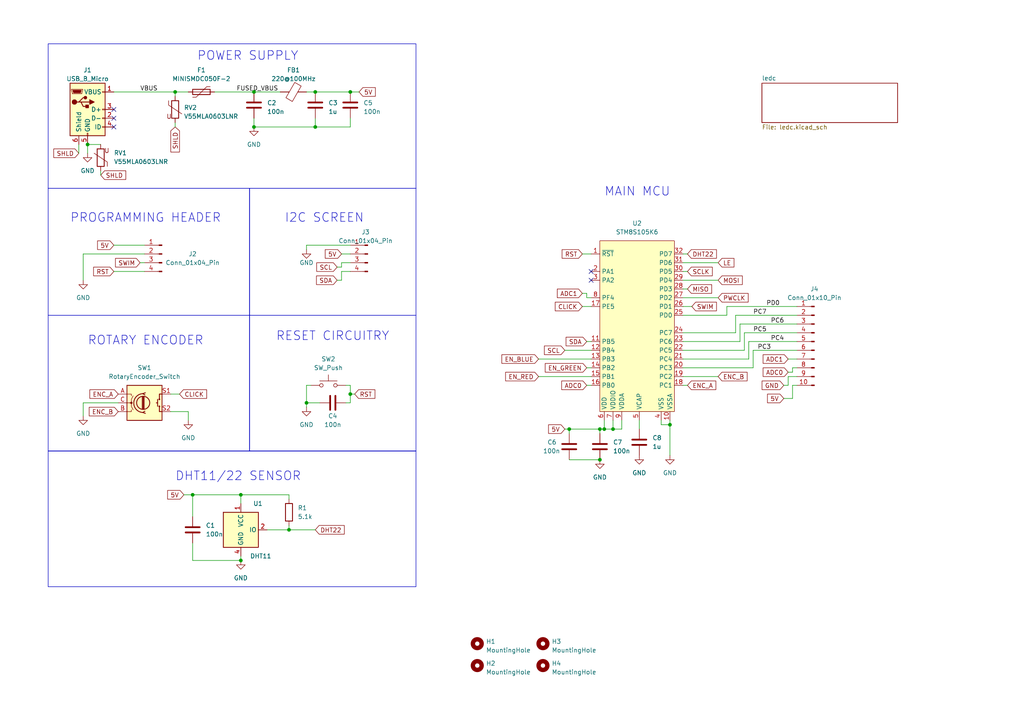
<source format=kicad_sch>
(kicad_sch (version 20230121) (generator eeschema)
  (paper "A4")
  (lib_symbols
    (symbol "Connector:Conn_01x04_Pin" (pin_names (offset 1.016) hide)
      (property "Reference" "J" (at 0 5.08 0))
      (property "Value" "Conn_01x04_Pin" (at 0 -7.62 0))
      (symbol "Conn_01x04_Pin_1_1"
        (polyline (pts (xy 1.27 -5.08) (xy 0.8636 -5.08)) (stroke (width 0.1524)))
        (polyline (pts (xy 1.27 -2.54) (xy 0.8636 -2.54)) (stroke (width 0.1524)))
        (polyline (pts (xy 1.27 0) (xy 0.8636 0)) (stroke (width 0.1524)))
        (polyline (pts (xy 1.27 2.54) (xy 0.8636 2.54)) (stroke (width 0.1524)))
        (rectangle (start 0.8636 -4.953) (end 0 -5.207) (stroke (width 0.1524)) (fill (type outline)))
        (rectangle (start 0.8636 -2.413) (end 0 -2.667) (stroke (width 0.1524)) (fill (type outline)))
        (rectangle (start 0.8636 0.127) (end 0 -0.127) (stroke (width 0.1524)) (fill (type outline)))
        (rectangle (start 0.8636 2.667) (end 0 2.413) (stroke (width 0.1524)) (fill (type outline)))
        (pin passive line (at 5.08 2.54 180) (length 3.81) (name "Pin_1") (number "1"))
        (pin passive line (at 5.08 0 180) (length 3.81) (name "Pin_2") (number "2"))
        (pin passive line (at 5.08 -2.54 180) (length 3.81) (name "Pin_3") (number "3"))
        (pin passive line (at 5.08 -5.08 180) (length 3.81) (name "Pin_4") (number "4"))
      )
    )
    (symbol "Connector:Conn_01x10_Pin" (pin_names (offset 1.016) hide)
      (property "Reference" "J" (at 0 12.7 0))
      (property "Value" "Conn_01x10_Pin" (at 0 -15.24 0))
      (symbol "Conn_01x10_Pin_1_1"
        (polyline (pts (xy 1.27 -12.7) (xy 0.8636 -12.7)) (stroke (width 0.1524)))
        (polyline (pts (xy 1.27 -10.16) (xy 0.8636 -10.16)) (stroke (width 0.1524)))
        (polyline (pts (xy 1.27 -7.62) (xy 0.8636 -7.62)) (stroke (width 0.1524)))
        (polyline (pts (xy 1.27 -5.08) (xy 0.8636 -5.08)) (stroke (width 0.1524)))
        (polyline (pts (xy 1.27 -2.54) (xy 0.8636 -2.54)) (stroke (width 0.1524)))
        (polyline (pts (xy 1.27 0) (xy 0.8636 0)) (stroke (width 0.1524)))
        (polyline (pts (xy 1.27 2.54) (xy 0.8636 2.54)) (stroke (width 0.1524)))
        (polyline (pts (xy 1.27 5.08) (xy 0.8636 5.08)) (stroke (width 0.1524)))
        (polyline (pts (xy 1.27 7.62) (xy 0.8636 7.62)) (stroke (width 0.1524)))
        (polyline (pts (xy 1.27 10.16) (xy 0.8636 10.16)) (stroke (width 0.1524)))
        (rectangle (start 0.8636 -12.573) (end 0 -12.827) (stroke (width 0.1524)) (fill (type outline)))
        (rectangle (start 0.8636 -10.033) (end 0 -10.287) (stroke (width 0.1524)) (fill (type outline)))
        (rectangle (start 0.8636 -7.493) (end 0 -7.747) (stroke (width 0.1524)) (fill (type outline)))
        (rectangle (start 0.8636 -4.953) (end 0 -5.207) (stroke (width 0.1524)) (fill (type outline)))
        (rectangle (start 0.8636 -2.413) (end 0 -2.667) (stroke (width 0.1524)) (fill (type outline)))
        (rectangle (start 0.8636 0.127) (end 0 -0.127) (stroke (width 0.1524)) (fill (type outline)))
        (rectangle (start 0.8636 2.667) (end 0 2.413) (stroke (width 0.1524)) (fill (type outline)))
        (rectangle (start 0.8636 5.207) (end 0 4.953) (stroke (width 0.1524)) (fill (type outline)))
        (rectangle (start 0.8636 7.747) (end 0 7.493) (stroke (width 0.1524)) (fill (type outline)))
        (rectangle (start 0.8636 10.287) (end 0 10.033) (stroke (width 0.1524)) (fill (type outline)))
        (pin passive line (at 5.08 10.16 180) (length 3.81) (name "Pin_1") (number "1"))
        (pin passive line (at 5.08 -12.7 180) (length 3.81) (name "Pin_10") (number "10"))
        (pin passive line (at 5.08 7.62 180) (length 3.81) (name "Pin_2") (number "2"))
        (pin passive line (at 5.08 5.08 180) (length 3.81) (name "Pin_3") (number "3"))
        (pin passive line (at 5.08 2.54 180) (length 3.81) (name "Pin_4") (number "4"))
        (pin passive line (at 5.08 0 180) (length 3.81) (name "Pin_5") (number "5"))
        (pin passive line (at 5.08 -2.54 180) (length 3.81) (name "Pin_6") (number "6"))
        (pin passive line (at 5.08 -5.08 180) (length 3.81) (name "Pin_7") (number "7"))
        (pin passive line (at 5.08 -7.62 180) (length 3.81) (name "Pin_8") (number "8"))
        (pin passive line (at 5.08 -10.16 180) (length 3.81) (name "Pin_9") (number "9"))
      )
    )
    (symbol "Connector:USB_B_Micro" (pin_names (offset 1.016))
      (property "Reference" "J" (at -5.08 11.43 0))
      (property "Value" "USB_B_Micro" (at -5.08 8.89 0))
      (symbol "USB_B_Micro_0_1"
        (rectangle (start -5.08 -7.62) (end 5.08 7.62) (stroke (width 0.254)) (fill (type background)))
        (circle (center -3.81 2.159) (radius 0.635) (stroke (width 0.254)) (fill (type outline)))
        (circle (center -0.635 3.429) (radius 0.381) (stroke (width 0.254)) (fill (type outline)))
        (rectangle (start -0.127 -7.62) (end 0.127 -6.858))
        (polyline (pts (xy -1.905 2.159) (xy 0.635 2.159)) (stroke (width 0.254)))
        (polyline (pts (xy -3.175 2.159) (xy -2.54 2.159) (xy -1.27 3.429) (xy -0.635 3.429)) (stroke (width 0.254)))
        (polyline (pts (xy -2.54 2.159) (xy -1.905 2.159) (xy -1.27 0.889) (xy 0 0.889)) (stroke (width 0.254)))
        (polyline (pts (xy 0.635 2.794) (xy 0.635 1.524) (xy 1.905 2.159) (xy 0.635 2.794)) (stroke (width 0.254)) (fill (type outline)))
        (polyline (pts (xy -4.318 5.588) (xy -1.778 5.588) (xy -2.032 4.826) (xy -4.064 4.826) (xy -4.318 5.588)) (fill (type outline)))
        (polyline (pts (xy -4.699 5.842) (xy -4.699 5.588) (xy -4.445 4.826) (xy -4.445 4.572) (xy -1.651 4.572) (xy -1.651 4.826) (xy -1.397 5.588) (xy -1.397 5.842) (xy -4.699 5.842)))
        (rectangle (start 0.254 1.27) (end -0.508 0.508) (stroke (width 0.254)) (fill (type outline)))
        (rectangle (start 5.08 -5.207) (end 4.318 -4.953))
        (rectangle (start 5.08 -2.667) (end 4.318 -2.413))
        (rectangle (start 5.08 -0.127) (end 4.318 0.127))
        (rectangle (start 5.08 4.953) (end 4.318 5.207))
      )
      (symbol "USB_B_Micro_1_1"
        (pin power_out line (at 7.62 5.08 180) (length 2.54) (name "VBUS") (number "1"))
        (pin bidirectional line (at 7.62 -2.54 180) (length 2.54) (name "D-") (number "2"))
        (pin bidirectional line (at 7.62 0 180) (length 2.54) (name "D+") (number "3"))
        (pin passive line (at 7.62 -5.08 180) (length 2.54) (name "ID") (number "4"))
        (pin power_out line (at 0 -10.16 90) (length 2.54) (name "GND") (number "5"))
        (pin passive line (at -2.54 -10.16 90) (length 2.54) (name "Shield") (number "6"))
      )
    )
    (symbol "Device:C" (pin_numbers hide) (pin_names (offset 0.254))
      (property "Reference" "C" (at 0.635 2.54 0))
      (property "Value" "C" (at 0.635 -2.54 0))
      (symbol "C_0_1"
        (polyline (pts (xy -2.032 -0.762) (xy 2.032 -0.762)) (stroke (width 0.508)))
        (polyline (pts (xy -2.032 0.762) (xy 2.032 0.762)) (stroke (width 0.508)))
      )
      (symbol "C_1_1"
        (pin passive line (at 0 3.81 270) (length 2.794) (name "~") (number "1"))
        (pin passive line (at 0 -3.81 90) (length 2.794) (name "~") (number "2"))
      )
    )
    (symbol "Device:FerriteBead" (pin_numbers hide) (pin_names (offset 0))
      (property "Reference" "FB" (at -3.81 0.635 90))
      (property "Value" "FerriteBead" (at 3.81 0 90))
      (symbol "FerriteBead_0_1"
        (polyline (pts (xy 0 -1.27) (xy 0 -1.2192)))
        (polyline (pts (xy 0 1.27) (xy 0 1.2954)))
        (polyline (pts (xy -2.7686 0.4064) (xy -1.7018 2.2606) (xy 2.7686 -0.3048) (xy 1.6764 -2.159) (xy -2.7686 0.4064)))
      )
      (symbol "FerriteBead_1_1"
        (pin passive line (at 0 3.81 270) (length 2.54) (name "~") (number "1"))
        (pin passive line (at 0 -3.81 90) (length 2.54) (name "~") (number "2"))
      )
    )
    (symbol "Device:Polyfuse" (pin_numbers hide) (pin_names (offset 0))
      (property "Reference" "F" (at -2.54 0 90))
      (property "Value" "Polyfuse" (at 2.54 0 90))
      (symbol "Polyfuse_0_1"
        (rectangle (start -0.762 2.54) (end 0.762 -2.54) (stroke (width 0.254)))
        (polyline (pts (xy 0 2.54) (xy 0 -2.54)))
        (polyline (pts (xy -1.524 2.54) (xy -1.524 1.524) (xy 1.524 -1.524) (xy 1.524 -2.54)))
      )
      (symbol "Polyfuse_1_1"
        (pin passive line (at 0 3.81 270) (length 1.27) (name "~") (number "1"))
        (pin passive line (at 0 -3.81 90) (length 1.27) (name "~") (number "2"))
      )
    )
    (symbol "Device:R" (pin_numbers hide) (pin_names (offset 0))
      (property "Reference" "R" (at 2.032 0 90))
      (property "Value" "R" (at 0 0 90))
      (symbol "R_0_1"
        (rectangle (start -1.016 -2.54) (end 1.016 2.54) (stroke (width 0.254)))
      )
      (symbol "R_1_1"
        (pin passive line (at 0 3.81 270) (length 1.27) (name "~") (number "1"))
        (pin passive line (at 0 -3.81 90) (length 1.27) (name "~") (number "2"))
      )
    )
    (symbol "Device:RotaryEncoder_Switch" (pin_names (offset 0.254) hide)
      (property "Reference" "SW" (at 0 6.604 0))
      (property "Value" "RotaryEncoder_Switch" (at 0 -6.604 0))
      (symbol "RotaryEncoder_Switch_0_1"
        (rectangle (start -5.08 5.08) (end 5.08 -5.08) (stroke (width 0.254)) (fill (type background)))
        (circle (center -3.81 0) (radius 0.254) (fill (type outline)))
        (circle (center -0.381 0) (radius 1.905) (stroke (width 0.254)))
        (arc (start -0.381 2.667) (mid -3.0988 -0.0635) (end -0.381 -2.794) (stroke (width 0.254)))
        (polyline (pts (xy -0.635 -1.778) (xy -0.635 1.778)) (stroke (width 0.254)))
        (polyline (pts (xy -0.381 -1.778) (xy -0.381 1.778)) (stroke (width 0.254)))
        (polyline (pts (xy -0.127 1.778) (xy -0.127 -1.778)) (stroke (width 0.254)))
        (polyline (pts (xy 3.81 0) (xy 3.429 0)) (stroke (width 0.254)))
        (polyline (pts (xy 3.81 1.016) (xy 3.81 -1.016)) (stroke (width 0.254)))
        (polyline (pts (xy -5.08 -2.54) (xy -3.81 -2.54) (xy -3.81 -2.032)))
        (polyline (pts (xy -5.08 2.54) (xy -3.81 2.54) (xy -3.81 2.032)))
        (polyline (pts (xy 0.254 -3.048) (xy -0.508 -2.794) (xy 0.127 -2.413)) (stroke (width 0.254)))
        (polyline (pts (xy 0.254 2.921) (xy -0.508 2.667) (xy 0.127 2.286)) (stroke (width 0.254)))
        (polyline (pts (xy 5.08 -2.54) (xy 4.318 -2.54) (xy 4.318 -1.016)) (stroke (width 0.254)))
        (polyline (pts (xy 5.08 2.54) (xy 4.318 2.54) (xy 4.318 1.016)) (stroke (width 0.254)))
        (polyline (pts (xy -5.08 0) (xy -3.81 0) (xy -3.81 -1.016) (xy -3.302 -2.032)))
        (polyline (pts (xy -4.318 0) (xy -3.81 0) (xy -3.81 1.016) (xy -3.302 2.032)))
        (circle (center 4.318 -1.016) (radius 0.127) (stroke (width 0.254)))
        (circle (center 4.318 1.016) (radius 0.127) (stroke (width 0.254)))
      )
      (symbol "RotaryEncoder_Switch_1_1"
        (pin passive line (at -7.62 2.54 0) (length 2.54) (name "A") (number "A"))
        (pin passive line (at -7.62 -2.54 0) (length 2.54) (name "B") (number "B"))
        (pin passive line (at -7.62 0 0) (length 2.54) (name "C") (number "C"))
        (pin passive line (at 7.62 2.54 180) (length 2.54) (name "S1") (number "S1"))
        (pin passive line (at 7.62 -2.54 180) (length 2.54) (name "S2") (number "S2"))
      )
    )
    (symbol "Device:Varistor" (pin_numbers hide) (pin_names (offset 0))
      (property "Reference" "RV" (at 3.175 0 90))
      (property "Value" "Varistor" (at -3.175 0 90))
      (symbol "Varistor_0_0"
        (text "U" (at -1.778 -2.032 0) (effects (font (size 1.27 1.27))))
      )
      (symbol "Varistor_0_1"
        (rectangle (start -1.016 -2.54) (end 1.016 2.54) (stroke (width 0.254)))
        (polyline (pts (xy -1.905 2.54) (xy -1.905 1.27) (xy 1.905 -1.27)))
      )
      (symbol "Varistor_1_1"
        (pin passive line (at 0 3.81 270) (length 1.27) (name "~") (number "1"))
        (pin passive line (at 0 -3.81 90) (length 1.27) (name "~") (number "2"))
      )
    )
    (symbol "Mechanical:MountingHole" (pin_names (offset 1.016))
      (property "Reference" "H" (at 0 5.08 0))
      (property "Value" "MountingHole" (at 0 3.175 0))
      (symbol "MountingHole_0_1"
        (circle (center 0 0) (radius 1.27) (stroke (width 1.27)))
      )
    )
    (symbol "Sensor:DHT11"
      (property "Reference" "U" (at -3.81 6.35 0))
      (property "Value" "DHT11" (at 3.81 6.35 0))
      (symbol "DHT11_0_1"
        (rectangle (start -5.08 5.08) (end 5.08 -5.08) (stroke (width 0.254)) (fill (type background)))
      )
      (symbol "DHT11_1_1"
        (pin power_in line (at 0 7.62 270) (length 2.54) (name "VCC") (number "1"))
        (pin bidirectional line (at 7.62 0 180) (length 2.54) (name "IO") (number "2"))
        (pin no_connect line (at -5.08 0 0) (length 2.54) hide (name "NC") (number "3"))
        (pin power_in line (at 0 -7.62 90) (length 2.54) (name "GND") (number "4"))
      )
    )
    (symbol "Switch:SW_Push" (pin_numbers hide) (pin_names (offset 1.016) hide)
      (property "Reference" "SW" (at 1.27 2.54 0))
      (property "Value" "SW_Push" (at 0 -1.524 0))
      (symbol "SW_Push_0_1"
        (circle (center -2.032 0) (radius 0.508))
        (polyline (pts (xy 0 1.27) (xy 0 3.048)))
        (polyline (pts (xy 2.54 1.27) (xy -2.54 1.27)))
        (circle (center 2.032 0) (radius 0.508))
        (pin passive line (at -5.08 0 0) (length 2.54) (name "1") (number "1"))
        (pin passive line (at 5.08 0 180) (length 2.54) (name "2") (number "2"))
      )
    )
    (symbol "pcrap:STM8S105K6"
      (property "Reference" "U" (at -8.89 26.67 0))
      (property "Value" "STM8S105K6" (at 8.89 26.67 0))
      (symbol "STM8S105K6_1_1"
        (rectangle (start -10.16 25.4) (end 11.43 -24.13) (fill (type background)))
        (pin input line (at -12.7 21.59 0) (length 2.54) (name "~{RST}") (number "1"))
        (pin power_in line (at 10.16 -26.67 90) (length 2.54) (name "VSSA") (number "10"))
        (pin bidirectional line (at -12.7 -3.81 0) (length 2.54) (name "PB5") (number "11"))
        (pin bidirectional line (at -12.7 -6.35 0) (length 2.54) (name "PB4") (number "12"))
        (pin bidirectional line (at -12.7 -8.89 0) (length 2.54) (name "PB3") (number "13"))
        (pin bidirectional line (at -12.7 -11.43 0) (length 2.54) (name "PB2") (number "14"))
        (pin bidirectional line (at -12.7 -13.97 0) (length 2.54) (name "PB1") (number "15"))
        (pin bidirectional line (at -12.7 -16.51 0) (length 2.54) (name "PB0") (number "16"))
        (pin bidirectional line (at -12.7 6.35 0) (length 2.54) (name "PE5") (number "17"))
        (pin bidirectional line (at 13.97 -16.51 180) (length 2.54) (name "PC1") (number "18"))
        (pin bidirectional line (at 13.97 -13.97 180) (length 2.54) (name "PC2") (number "19"))
        (pin bidirectional line (at -12.7 16.51 0) (length 2.54) (name "PA1") (number "2"))
        (pin bidirectional line (at 13.97 -11.43 180) (length 2.54) (name "PC3") (number "20"))
        (pin bidirectional line (at 13.97 -8.89 180) (length 2.54) (name "PC4") (number "21"))
        (pin bidirectional line (at 13.97 -6.35 180) (length 2.54) (name "PC5") (number "22"))
        (pin bidirectional line (at 13.97 -3.81 180) (length 2.54) (name "PC6") (number "23"))
        (pin bidirectional line (at 13.97 -1.27 180) (length 2.54) (name "PC7") (number "24"))
        (pin bidirectional line (at 13.97 3.81 180) (length 2.54) (name "PD0") (number "25"))
        (pin bidirectional line (at 13.97 6.35 180) (length 2.54) (name "PD1") (number "26"))
        (pin bidirectional line (at 13.97 8.89 180) (length 2.54) (name "PD2") (number "27"))
        (pin bidirectional line (at 13.97 11.43 180) (length 2.54) (name "PD3") (number "28"))
        (pin bidirectional line (at 13.97 13.97 180) (length 2.54) (name "PD4") (number "29"))
        (pin bidirectional line (at -12.7 13.97 0) (length 2.54) (name "PA2") (number "3"))
        (pin bidirectional line (at 13.97 16.51 180) (length 2.54) (name "PD5") (number "30"))
        (pin bidirectional line (at 13.97 19.05 180) (length 2.54) (name "PD6") (number "31"))
        (pin bidirectional line (at 13.97 21.59 180) (length 2.54) (name "PD7") (number "32"))
        (pin power_in line (at 7.62 -26.67 90) (length 2.54) (name "VSS") (number "4"))
        (pin passive line (at 1.27 -26.67 90) (length 2.54) (name "VCAP") (number "5"))
        (pin power_in line (at -8.89 -26.67 90) (length 2.54) (name "VDD") (number "6"))
        (pin power_in line (at -6.35 -26.67 90) (length 2.54) (name "VDDIO") (number "7"))
        (pin bidirectional line (at -12.7 8.89 0) (length 2.54) (name "PF4") (number "8"))
        (pin power_in line (at -3.81 -26.67 90) (length 2.54) (name "VDDA") (number "9"))
      )
    )
    (symbol "power:GND" (power) (pin_names (offset 0))
      (property "Value" "GND" (at 0 -3.81 0))
      (symbol "GND_0_1"
        (polyline (pts (xy 0 0) (xy 0 -1.27) (xy 1.27 -1.27) (xy 0 -2.54) (xy -1.27 -1.27) (xy 0 -1.27)))
      )
      (symbol "GND_1_1"
        (pin power_in line (at 0 0 270) (length 0) hide (name "GND") (number "1"))
      )
    )
  )
  (junction (at 175.26 124.46))
  (junction (at 50.8 26.67))
  (junction (at 101.6 114.3))
  (junction (at 83.82 153.67))
  (junction (at 73.66 36.83))
  (junction (at 55.88 143.51))
  (junction (at 173.99 124.46))
  (junction (at 101.6 26.67))
  (junction (at 177.8 124.46))
  (junction (at 91.44 26.67))
  (junction (at 73.66 26.67))
  (junction (at 69.85 162.56))
  (junction (at 173.99 133.35))
  (junction (at 91.44 36.83))
  (junction (at 165.1 124.46))
  (junction (at 69.85 143.51))
  (junction (at 88.9 116.84))
  (junction (at 194.31 123.19))
  (junction (at 25.4 41.91))
  (no_connect (at 33.02 34.29))
  (no_connect (at 171.45 81.28))
  (no_connect (at 33.02 31.75))
  (no_connect (at 33.02 36.83))
  (no_connect (at 171.45 78.74))
  (wire (pts (xy 50.8 35.56) (xy 50.8 36.83)))
  (wire (pts (xy 69.85 146.05) (xy 69.85 143.51)))
  (wire (pts (xy 62.23 26.67) (xy 73.66 26.67)))
  (wire (pts (xy 73.66 36.83) (xy 91.44 36.83)))
  (wire (pts (xy 218.44 106.68) (xy 218.44 101.6)))
  (wire (pts (xy 177.8 121.92) (xy 177.8 124.46)))
  (wire (pts (xy 227.33 115.57) (xy 229.87 115.57)))
  (wire (pts (xy 228.6 104.14) (xy 231.14 104.14)))
  (wire (pts (xy 180.34 124.46) (xy 180.34 121.92)))
  (wire (pts (xy 25.4 41.91) (xy 29.21 41.91)))
  (wire (pts (xy 229.87 115.57) (xy 229.87 111.76)))
  (wire (pts (xy 198.12 91.44) (xy 210.82 91.44)))
  (wire (pts (xy 198.12 106.68) (xy 218.44 106.68)))
  (wire (pts (xy 168.91 88.9) (xy 171.45 88.9)))
  (wire (pts (xy 228.6 107.95) (xy 229.87 107.95)))
  (wire (pts (xy 49.53 114.3) (xy 52.07 114.3)))
  (wire (pts (xy 198.12 109.22) (xy 208.28 109.22)))
  (wire (pts (xy 53.34 143.51) (xy 55.88 143.51)))
  (wire (pts (xy 170.18 106.68) (xy 171.45 106.68)))
  (wire (pts (xy 227.33 111.76) (xy 228.6 111.76)))
  (wire (pts (xy 99.06 77.47) (xy 99.06 76.2)))
  (wire (pts (xy 198.12 111.76) (xy 199.39 111.76)))
  (wire (pts (xy 101.6 73.66) (xy 99.06 73.66)))
  (wire (pts (xy 91.44 34.29) (xy 91.44 36.83)))
  (wire (pts (xy 40.64 76.2) (xy 41.91 76.2)))
  (wire (pts (xy 198.12 88.9) (xy 200.66 88.9)))
  (wire (pts (xy 194.31 121.92) (xy 194.31 123.19)))
  (wire (pts (xy 69.85 143.51) (xy 83.82 143.51)))
  (wire (pts (xy 73.66 34.29) (xy 73.66 36.83)))
  (wire (pts (xy 88.9 118.11) (xy 88.9 116.84)))
  (wire (pts (xy 194.31 123.19) (xy 194.31 132.08)))
  (wire (pts (xy 83.82 153.67) (xy 91.44 153.67)))
  (wire (pts (xy 168.91 85.09) (xy 170.18 85.09)))
  (wire (pts (xy 102.87 114.3) (xy 101.6 114.3)))
  (wire (pts (xy 101.6 76.2) (xy 99.06 76.2)))
  (wire (pts (xy 198.12 83.82) (xy 199.39 83.82)))
  (wire (pts (xy 229.87 106.68) (xy 231.14 106.68)))
  (wire (pts (xy 170.18 99.06) (xy 171.45 99.06)))
  (wire (pts (xy 165.1 124.46) (xy 173.99 124.46)))
  (wire (pts (xy 168.91 73.66) (xy 171.45 73.66)))
  (wire (pts (xy 191.77 123.19) (xy 194.31 123.19)))
  (wire (pts (xy 33.02 26.67) (xy 50.8 26.67)))
  (wire (pts (xy 55.88 162.56) (xy 69.85 162.56)))
  (wire (pts (xy 213.36 91.44) (xy 231.14 91.44)))
  (wire (pts (xy 101.6 26.67) (xy 104.14 26.67)))
  (wire (pts (xy 198.12 99.06) (xy 214.63 99.06)))
  (wire (pts (xy 210.82 91.44) (xy 210.82 88.9)))
  (wire (pts (xy 217.17 104.14) (xy 217.17 99.06)))
  (wire (pts (xy 214.63 93.98) (xy 231.14 93.98)))
  (wire (pts (xy 175.26 124.46) (xy 177.8 124.46)))
  (wire (pts (xy 215.9 96.52) (xy 231.14 96.52)))
  (wire (pts (xy 88.9 116.84) (xy 88.9 111.76)))
  (wire (pts (xy 198.12 73.66) (xy 199.39 73.66)))
  (wire (pts (xy 34.29 116.84) (xy 24.13 116.84)))
  (wire (pts (xy 173.99 124.46) (xy 175.26 124.46)))
  (wire (pts (xy 55.88 143.51) (xy 55.88 149.86)))
  (wire (pts (xy 97.79 81.28) (xy 99.06 81.28)))
  (wire (pts (xy 173.99 125.73) (xy 173.99 124.46)))
  (wire (pts (xy 91.44 36.83) (xy 101.6 36.83)))
  (wire (pts (xy 101.6 114.3) (xy 101.6 116.84)))
  (wire (pts (xy 41.91 71.12) (xy 33.02 71.12)))
  (wire (pts (xy 229.87 111.76) (xy 231.14 111.76)))
  (wire (pts (xy 185.42 121.92) (xy 185.42 124.46)))
  (wire (pts (xy 198.12 81.28) (xy 208.28 81.28)))
  (wire (pts (xy 170.18 111.76) (xy 171.45 111.76)))
  (wire (pts (xy 217.17 99.06) (xy 231.14 99.06)))
  (wire (pts (xy 91.44 26.67) (xy 101.6 26.67)))
  (wire (pts (xy 55.88 157.48) (xy 55.88 162.56)))
  (wire (pts (xy 83.82 144.78) (xy 83.82 143.51)))
  (wire (pts (xy 33.02 78.74) (xy 41.91 78.74)))
  (wire (pts (xy 24.13 73.66) (xy 24.13 81.28)))
  (wire (pts (xy 101.6 111.76) (xy 100.33 111.76)))
  (wire (pts (xy 215.9 101.6) (xy 215.9 96.52)))
  (wire (pts (xy 69.85 162.56) (xy 69.85 161.29)))
  (wire (pts (xy 228.6 109.22) (xy 231.14 109.22)))
  (wire (pts (xy 54.61 119.38) (xy 54.61 121.92)))
  (wire (pts (xy 24.13 116.84) (xy 24.13 120.65)))
  (wire (pts (xy 101.6 78.74) (xy 99.06 78.74)))
  (wire (pts (xy 213.36 96.52) (xy 213.36 91.44)))
  (wire (pts (xy 218.44 101.6) (xy 231.14 101.6)))
  (wire (pts (xy 88.9 116.84) (xy 92.71 116.84)))
  (wire (pts (xy 177.8 124.46) (xy 180.34 124.46)))
  (wire (pts (xy 198.12 86.36) (xy 208.28 86.36)))
  (wire (pts (xy 198.12 104.14) (xy 217.17 104.14)))
  (wire (pts (xy 50.8 26.67) (xy 54.61 26.67)))
  (wire (pts (xy 175.26 121.92) (xy 175.26 124.46)))
  (wire (pts (xy 229.87 107.95) (xy 229.87 106.68)))
  (wire (pts (xy 198.12 101.6) (xy 215.9 101.6)))
  (wire (pts (xy 99.06 81.28) (xy 99.06 78.74)))
  (wire (pts (xy 101.6 71.12) (xy 88.9 71.12)))
  (wire (pts (xy 101.6 34.29) (xy 101.6 36.83)))
  (wire (pts (xy 41.91 73.66) (xy 24.13 73.66)))
  (polyline (pts (xy 13.97 54.61) (xy 120.65 54.61)))
  (wire (pts (xy 198.12 78.74) (xy 199.39 78.74)))
  (wire (pts (xy 49.53 119.38) (xy 54.61 119.38)))
  (wire (pts (xy 191.77 121.92) (xy 191.77 123.19)))
  (wire (pts (xy 198.12 96.52) (xy 213.36 96.52)))
  (wire (pts (xy 210.82 88.9) (xy 231.14 88.9)))
  (wire (pts (xy 163.83 101.6) (xy 171.45 101.6)))
  (wire (pts (xy 156.21 109.22) (xy 171.45 109.22)))
  (wire (pts (xy 88.9 26.67) (xy 91.44 26.67)))
  (wire (pts (xy 198.12 76.2) (xy 208.28 76.2)))
  (wire (pts (xy 214.63 99.06) (xy 214.63 93.98)))
  (wire (pts (xy 97.79 77.47) (xy 99.06 77.47)))
  (wire (pts (xy 55.88 143.51) (xy 69.85 143.51)))
  (wire (pts (xy 83.82 153.67) (xy 83.82 152.4)))
  (wire (pts (xy 29.21 49.53) (xy 29.21 50.8)))
  (wire (pts (xy 165.1 125.73) (xy 165.1 124.46)))
  (wire (pts (xy 100.33 116.84) (xy 101.6 116.84)))
  (wire (pts (xy 25.4 41.91) (xy 25.4 44.45)))
  (wire (pts (xy 165.1 133.35) (xy 173.99 133.35)))
  (wire (pts (xy 88.9 111.76) (xy 90.17 111.76)))
  (wire (pts (xy 88.9 72.39) (xy 88.9 71.12)))
  (wire (pts (xy 163.83 124.46) (xy 165.1 124.46)))
  (wire (pts (xy 50.8 27.94) (xy 50.8 26.67)))
  (wire (pts (xy 171.45 86.36) (xy 170.18 86.36)))
  (wire (pts (xy 156.21 104.14) (xy 171.45 104.14)))
  (wire (pts (xy 22.86 41.91) (xy 22.86 44.45)))
  (wire (pts (xy 73.66 26.67) (xy 81.28 26.67)))
  (wire (pts (xy 228.6 111.76) (xy 228.6 109.22)))
  (wire (pts (xy 170.18 86.36) (xy 170.18 85.09)))
  (wire (pts (xy 77.47 153.67) (xy 83.82 153.67)))
  (wire (pts (xy 101.6 114.3) (xy 101.6 111.76)))
  (rectangle (start 72.39 91.44) (end 120.65 130.81))
  (rectangle (start 13.97 130.81) (end 120.65 170.18))
  (rectangle (start 72.39 54.61) (end 120.65 91.44))
  (rectangle (start 13.97 54.61) (end 72.39 91.44))
  (rectangle (start 13.97 12.7) (end 120.65 54.61))
  (rectangle (start 13.97 91.44) (end 72.39 130.81))
  (text "DHT11/22 SENSOR" (at 50.8 139.7 0) (effects (font (size 2.54 2.54)) (justify left bottom)))
  (text "PROGRAMMING HEADER" (at 20.32 64.77 0) (effects (font (size 2.54 2.54)) (justify left bottom)))
  (text "ROTARY ENCODER" (at 25.4 100.33 0) (effects (font (size 2.54 2.54)) (justify left bottom)))
  (text "I2C SCREEN" (at 82.55 64.77 0) (effects (font (size 2.54 2.54)) (justify left bottom)))
  (text "RESET CIRCUITRY" (at 80.01 99.06 0) (effects (font (size 2.54 2.54)) (justify left bottom)))
  (text "MAIN MCU" (at 175.26 57.15 0) (effects (font (size 2.54 2.54)) (justify left bottom)))
  (text "POWER SUPPLY" (at 57.15 17.78 0) (effects (font (size 2.54 2.54)) (justify left bottom)))
  (label "PC3" (at 219.71 101.6 0))
  (label "PC6" (at 223.52 93.98 0))
  (label "FUSED_VBUS" (at 68.58 26.67 0))
  (label "PC5" (at 218.44 96.52 0))
  (label "PC7" (at 218.44 91.44 0))
  (label "VBUS" (at 40.64 26.67 0))
  (label "PC4" (at 223.52 99.06 0))
  (label "PD0" (at 222.25 88.9 0))
  (global_label "SWIM" (shape input) (at 40.64 76.2 180) (property "Intersheetrefs" "${INTERSHEET_REFS}" (effects hide)))
  (global_label "RST" (shape input) (at 168.91 73.66 180) (property "Intersheetrefs" "${INTERSHEET_REFS}" (effects hide)))
  (global_label "5V" (shape input) (at 33.02 71.12 180) (property "Intersheetrefs" "${INTERSHEET_REFS}" (effects hide)))
  (global_label "EN_BLUE" (shape input) (at 156.21 104.14 180) (property "Intersheetrefs" "${INTERSHEET_REFS}" (effects hide)))
  (global_label "SHLD" (shape input) (at 22.86 44.45 180) (property "Intersheetrefs" "${INTERSHEET_REFS}" (effects hide)))
  (global_label "ENC_B" (shape input) (at 208.28 109.22 0) (property "Intersheetrefs" "${INTERSHEET_REFS}" (effects hide)))
  (global_label "ENC_A" (shape input) (at 34.29 114.3 180) (property "Intersheetrefs" "${INTERSHEET_REFS}" (effects hide)))
  (global_label "SCLK" (shape input) (at 199.39 78.74 0) (property "Intersheetrefs" "${INTERSHEET_REFS}" (effects hide)))
  (global_label "ADC1" (shape input) (at 228.6 104.14 180) (property "Intersheetrefs" "${INTERSHEET_REFS}" (effects hide)))
  (global_label "5V" (shape input) (at 104.14 26.67 0) (property "Intersheetrefs" "${INTERSHEET_REFS}" (effects hide)))
  (global_label "MOSI" (shape input) (at 208.28 81.28 0) (property "Intersheetrefs" "${INTERSHEET_REFS}" (effects hide)))
  (global_label "5V" (shape input) (at 53.34 143.51 180) (property "Intersheetrefs" "${INTERSHEET_REFS}" (effects hide)))
  (global_label "ADC1" (shape input) (at 168.91 85.09 180) (property "Intersheetrefs" "${INTERSHEET_REFS}" (effects hide)))
  (global_label "DHT22" (shape input) (at 199.39 73.66 0) (property "Intersheetrefs" "${INTERSHEET_REFS}" (effects hide)))
  (global_label "LE" (shape input) (at 208.28 76.2 0) (property "Intersheetrefs" "${INTERSHEET_REFS}" (effects hide)))
  (global_label "EN_GREEN" (shape input) (at 170.18 106.68 180) (property "Intersheetrefs" "${INTERSHEET_REFS}" (effects hide)))
  (global_label "5V" (shape input) (at 163.83 124.46 180) (property "Intersheetrefs" "${INTERSHEET_REFS}" (effects hide)))
  (global_label "PWCLK" (shape input) (at 208.28 86.36 0) (property "Intersheetrefs" "${INTERSHEET_REFS}" (effects hide)))
  (global_label "5V" (shape input) (at 99.06 73.66 180) (property "Intersheetrefs" "${INTERSHEET_REFS}" (effects hide)))
  (global_label "SDA" (shape input) (at 97.79 81.28 180) (property "Intersheetrefs" "${INTERSHEET_REFS}" (effects hide)))
  (global_label "MISO" (shape input) (at 199.39 83.82 0) (property "Intersheetrefs" "${INTERSHEET_REFS}" (effects hide)))
  (global_label "RST" (shape input) (at 33.02 78.74 180) (property "Intersheetrefs" "${INTERSHEET_REFS}" (effects hide)))
  (global_label "SHLD" (shape input) (at 29.21 50.8 0) (property "Intersheetrefs" "${INTERSHEET_REFS}" (effects hide)))
  (global_label "SDA" (shape input) (at 170.18 99.06 180) (property "Intersheetrefs" "${INTERSHEET_REFS}" (effects hide)))
  (global_label "EN_RED" (shape input) (at 156.21 109.22 180) (property "Intersheetrefs" "${INTERSHEET_REFS}" (effects hide)))
  (global_label "CLICK" (shape input) (at 168.91 88.9 180) (property "Intersheetrefs" "${INTERSHEET_REFS}" (effects hide)))
  (global_label "SWIM" (shape input) (at 200.66 88.9 0) (property "Intersheetrefs" "${INTERSHEET_REFS}" (effects hide)))
  (global_label "RST" (shape input) (at 102.87 114.3 0) (property "Intersheetrefs" "${INTERSHEET_REFS}" (effects hide)))
  (global_label "SCL" (shape input) (at 97.79 77.47 180) (property "Intersheetrefs" "${INTERSHEET_REFS}" (effects hide)))
  (global_label "ADC0" (shape input) (at 228.6 107.95 180) (property "Intersheetrefs" "${INTERSHEET_REFS}" (effects hide)))
  (global_label "5V" (shape input) (at 227.33 115.57 180) (property "Intersheetrefs" "${INTERSHEET_REFS}" (effects hide)))
  (global_label "GND" (shape input) (at 227.33 111.76 180) (property "Intersheetrefs" "${INTERSHEET_REFS}" (effects hide)))
  (global_label "ENC_B" (shape input) (at 34.29 119.38 180) (property "Intersheetrefs" "${INTERSHEET_REFS}" (effects hide)))
  (global_label "SHLD" (shape input) (at 50.8 36.83 270) (property "Intersheetrefs" "${INTERSHEET_REFS}" (effects hide)))
  (global_label "SCL" (shape input) (at 163.83 101.6 180) (property "Intersheetrefs" "${INTERSHEET_REFS}" (effects hide)))
  (global_label "ADC0" (shape input) (at 170.18 111.76 180) (property "Intersheetrefs" "${INTERSHEET_REFS}" (effects hide)))
  (global_label "DHT22" (shape input) (at 91.44 153.67 0) (property "Intersheetrefs" "${INTERSHEET_REFS}" (effects hide)))
  (global_label "CLICK" (shape input) (at 52.07 114.3 0) (property "Intersheetrefs" "${INTERSHEET_REFS}" (effects hide)))
  (global_label "ENC_A" (shape input) (at 199.39 111.76 0) (property "Intersheetrefs" "${INTERSHEET_REFS}" (effects hide)))
  (symbol (lib_id "Device:C") (at 185.42 128.27 0) (unit 1)
    (property "Reference" "C8" (at 189.23 127 0) (effects (justify left)))
    (property "Value" "1u" (at 189.23 129.54 0) (effects (justify left)))
    (property "Footprint" "Capacitor_SMD:C_1206_3216Metric" (effects hide))
  )
  (symbol (lib_id "Connector:USB_B_Micro") (at 25.4 31.75 0) (unit 1)
    (property "Reference" "J1" (at 25.4 20.32 0))
    (property "Value" "USB_B_Micro" (at 25.4 22.86 0))
    (property "Footprint" "pcrap:USB_Micro-B_SHOU_HAN_MICRO_XNJ_ZB" (effects hide))
  )
  (symbol (lib_id "pcrap:STM8S105K6") (at 184.15 95.25 0) (unit 1)
    (property "Reference" "U2" (at 184.785 64.77 0))
    (property "Value" "STM8S105K6" (at 184.785 67.31 0))
    (property "Footprint" "Package_QFP:LQFP-32_7x7mm_P0.8mm" (effects hide))
    (property "Datasheet" "https://www.st.com/resource/en/datasheet/stm8s105k6.pdf" (effects hide))
  )
  (symbol (lib_id "power:GND") (at 194.31 132.08 0) (unit 1)
    (property "Reference" "#PWR010" (effects hide))
    (property "Value" "GND" (at 194.31 137.16 0))
  )
  (symbol (lib_id "Device:C") (at 96.52 116.84 90) (unit 1)
    (property "Reference" "C4" (at 96.52 120.65 90))
    (property "Value" "100n" (at 96.52 123.19 90))
    (property "Footprint" "Capacitor_SMD:C_0603_1608Metric" (effects hide))
  )
  (symbol (lib_id "power:GND") (at 88.9 118.11 0) (unit 1)
    (property "Reference" "#PWR07" (effects hide))
    (property "Value" "GND" (at 88.9 123.19 0))
  )
  (symbol (lib_id "Connector:Conn_01x04_Pin") (at 106.68 73.66 0) (mirror y) (unit 1)
    (property "Reference" "J3" (at 106.045 67.31 0))
    (property "Value" "Conn_01x04_Pin" (at 106.045 69.85 0))
    (property "Footprint" "Connector_PinHeader_2.54mm:PinHeader_1x04_P2.54mm_Vertical" (effects hide))
  )
  (symbol (lib_id "Device:C") (at 101.6 30.48 0) (unit 1)
    (property "Reference" "C5" (at 105.41 29.845 0) (effects (justify left)))
    (property "Value" "100n" (at 105.41 32.385 0) (effects (justify left)))
    (property "Footprint" "Capacitor_SMD:C_0805_2012Metric" (effects hide))
  )
  (symbol (lib_id "power:GND") (at 25.4 44.45 0) (unit 1)
    (property "Reference" "#PWR03" (effects hide))
    (property "Value" "GND" (at 25.4 49.53 0))
  )
  (symbol (lib_id "Device:C") (at 173.99 129.54 0) (unit 1)
    (property "Reference" "C7" (at 177.8 128.27 0) (effects (justify left)))
    (property "Value" "100n" (at 177.8 130.81 0) (effects (justify left)))
    (property "Footprint" "Capacitor_SMD:C_0603_1608Metric" (effects hide))
  )
  (symbol (lib_id "Device:C") (at 165.1 129.54 0) (unit 1)
    (property "Reference" "C6" (at 158.75 128.27 0) (effects (justify left)))
    (property "Value" "100n" (at 157.48 130.81 0) (effects (justify left)))
    (property "Footprint" "Capacitor_SMD:C_0603_1608Metric" (effects hide))
  )
  (symbol (lib_id "Device:RotaryEncoder_Switch") (at 41.91 116.84 0) (unit 1)
    (property "Reference" "SW1" (at 41.91 106.68 0))
    (property "Value" "RotaryEncoder_Switch" (at 41.91 109.22 0))
    (property "Footprint" "Rotary_Encoder:RotaryEncoder_Alps_EC11E-Switch_Vertical_H20mm" (effects hide))
  )
  (symbol (lib_id "Connector:Conn_01x04_Pin") (at 46.99 73.66 0) (mirror y) (unit 1)
    (property "Reference" "J2" (at 55.88 73.66 0))
    (property "Value" "Conn_01x04_Pin" (at 55.88 76.2 0))
    (property "Footprint" "Connector_PinHeader_2.54mm:PinHeader_1x04_P2.54mm_Vertical" (effects hide))
  )
  (symbol (lib_id "power:GND") (at 88.9 72.39 0) (mirror y) (unit 1)
    (property "Reference" "#PWR06" (effects hide))
    (property "Value" "GND" (at 88.9 76.2 0))
  )
  (symbol (lib_id "power:GND") (at 173.99 133.35 0) (unit 1)
    (property "Reference" "#PWR08" (effects hide))
    (property "Value" "GND" (at 173.99 138.43 0))
  )
  (symbol (lib_id "Device:Polyfuse") (at 58.42 26.67 90) (unit 1)
    (property "Reference" "F1" (at 58.42 20.32 90))
    (property "Value" "MINISMDC050F-2" (at 58.42 22.86 90))
    (property "Footprint" "pcrap:MINISMDC050F2" (effects hide))
  )
  (symbol (lib_id "power:GND") (at 54.61 121.92 0) (unit 1)
    (property "Reference" "#PWR04" (effects hide))
    (property "Value" "GND" (at 54.61 127 0))
  )
  (symbol (lib_id "Mechanical:MountingHole") (at 138.43 186.69 0) (unit 1)
    (property "Reference" "H1" (at 140.97 186.055 0) (effects (justify left)))
    (property "Value" "MountingHole" (at 140.97 188.595 0) (effects (justify left)))
    (property "Footprint" "MountingHole:MountingHole_3.2mm_M3" (effects hide))
  )
  (symbol (lib_id "Device:R") (at 83.82 148.59 0) (unit 1)
    (property "Reference" "R1" (at 86.36 147.32 0) (effects (justify left)))
    (property "Value" "5.1k" (at 86.36 149.86 0) (effects (justify left)))
    (property "Footprint" "Resistor_SMD:R_0603_1608Metric" (effects hide))
  )
  (symbol (lib_id "Device:C") (at 73.66 30.48 0) (unit 1)
    (property "Reference" "C2" (at 77.47 29.845 0) (effects (justify left)))
    (property "Value" "100n" (at 77.47 32.385 0) (effects (justify left)))
    (property "Footprint" "Capacitor_SMD:C_0805_2012Metric" (effects hide))
  )
  (symbol (lib_id "power:GND") (at 24.13 81.28 0) (mirror y) (unit 1)
    (property "Reference" "#PWR01" (effects hide))
    (property "Value" "GND" (at 24.13 86.36 0))
  )
  (symbol (lib_id "Sensor:DHT11") (at 69.85 153.67 0) (unit 1)
    (property "Reference" "U1" (at 76.2 146.05 0) (effects (justify right)))
    (property "Value" "DHT11" (at 78.74 161.29 0) (effects (justify right)))
    (property "Footprint" "Sensor:Aosong_DHT11_5.5x12.0_P2.54mm" (effects hide))
    (property "Datasheet" "http://akizukidenshi.com/download/ds/aosong/DHT11.pdf" (effects hide))
  )
  (symbol (lib_id "power:GND") (at 69.85 162.56 0) (unit 1)
    (property "Reference" "#PWR014" (effects hide))
    (property "Value" "GND" (at 69.85 167.64 0))
  )
  (symbol (lib_id "Device:C") (at 91.44 30.48 0) (unit 1)
    (property "Reference" "C3" (at 95.25 29.845 0) (effects (justify left)))
    (property "Value" "1u" (at 95.25 32.385 0) (effects (justify left)))
    (property "Footprint" "Capacitor_SMD:C_1206_3216Metric" (effects hide))
  )
  (symbol (lib_id "Mechanical:MountingHole") (at 157.48 193.04 0) (unit 1)
    (property "Reference" "H4" (at 160.02 192.405 0) (effects (justify left)))
    (property "Value" "MountingHole" (at 160.02 194.945 0) (effects (justify left)))
    (property "Footprint" "MountingHole:MountingHole_3.2mm_M3" (effects hide))
  )
  (symbol (lib_id "Device:FerriteBead") (at 85.09 26.67 270) (unit 1)
    (property "Reference" "FB1" (at 85.1408 20.32 90))
    (property "Value" "220@100MHz" (at 85.1408 22.86 90))
    (property "Footprint" "Inductor_SMD:L_0603_1608Metric" (effects hide))
  )
  (symbol (lib_id "power:GND") (at 185.42 132.08 0) (unit 1)
    (property "Reference" "#PWR09" (effects hide))
    (property "Value" "GND" (at 185.42 137.16 0))
  )
  (symbol (lib_id "power:GND") (at 73.66 36.83 0) (unit 1)
    (property "Reference" "#PWR05" (effects hide))
    (property "Value" "GND" (at 73.66 41.91 0))
  )
  (symbol (lib_id "Device:Varistor") (at 50.8 31.75 0) (unit 1)
    (property "Reference" "RV2" (at 53.34 31.2142 0) (effects (justify left)))
    (property "Value" "V55MLA0603LNR" (at 53.34 33.7542 0) (effects (justify left)))
    (property "Footprint" "Resistor_SMD:R_0603_1608Metric" (effects hide))
    (property "Sim.Name" "kicad_builtin_varistor" (effects hide))
    (property "Sim.Device" "SUBCKT" (effects hide))
    (property "Sim.Pins" "1=A 2=B" (effects hide))
    (property "Sim.Params" "threshold=1k" (effects hide))
    (property "Sim.Library" "${KICAD7_SYMBOL_DIR}/Simulation_SPICE.sp" (effects hide))
  )
  (symbol (lib_id "Connector:Conn_01x10_Pin") (at 236.22 99.06 0) (mirror y) (unit 1)
    (property "Reference" "J4" (at 236.22 83.82 0))
    (property "Value" "Conn_01x10_Pin" (at 236.22 86.36 0))
    (property "Footprint" "Connector_PinHeader_2.54mm:PinHeader_1x10_P2.54mm_Vertical" (effects hide))
  )
  (symbol (lib_id "power:GND") (at 24.13 120.65 0) (unit 1)
    (property "Reference" "#PWR02" (effects hide))
    (property "Value" "GND" (at 24.13 125.73 0))
  )
  (symbol (lib_id "Device:Varistor") (at 29.21 45.72 180) (unit 1)
    (property "Reference" "RV1" (at 33.02 44.3507 0) (effects (justify right)))
    (property "Value" "V55MLA0603LNR" (at 33.02 46.8907 0) (effects (justify right)))
    (property "Footprint" "Resistor_SMD:R_0603_1608Metric" (effects hide))
    (property "Sim.Name" "kicad_builtin_varistor" (effects hide))
    (property "Sim.Device" "SUBCKT" (effects hide))
    (property "Sim.Pins" "1=A 2=B" (effects hide))
    (property "Sim.Params" "threshold=1k" (effects hide))
    (property "Sim.Library" "${KICAD7_SYMBOL_DIR}/Simulation_SPICE.sp" (effects hide))
  )
  (symbol (lib_id "Mechanical:MountingHole") (at 138.43 193.04 0) (unit 1)
    (property "Reference" "H2" (at 140.97 192.405 0) (effects (justify left)))
    (property "Value" "MountingHole" (at 140.97 194.945 0) (effects (justify left)))
    (property "Footprint" "MountingHole:MountingHole_3.2mm_M3" (effects hide))
  )
  (symbol (lib_id "Device:C") (at 55.88 153.67 0) (unit 1)
    (property "Reference" "C1" (at 59.69 152.4 0) (effects (justify left)))
    (property "Value" "100n" (at 59.69 154.94 0) (effects (justify left)))
    (property "Footprint" "Capacitor_SMD:C_0603_1608Metric" (effects hide))
  )
  (symbol (lib_id "Mechanical:MountingHole") (at 157.48 186.69 0) (unit 1)
    (property "Reference" "H3" (at 160.02 186.055 0) (effects (justify left)))
    (property "Value" "MountingHole" (at 160.02 188.595 0) (effects (justify left)))
    (property "Footprint" "MountingHole:MountingHole_3.2mm_M3" (effects hide))
  )
  (symbol (lib_id "Switch:SW_Push") (at 95.25 111.76 0) (unit 1)
    (property "Reference" "SW2" (at 95.25 104.14 0))
    (property "Value" "SW_Push" (at 95.25 106.68 0))
    (property "Footprint" "Button_Switch_SMD:SW_SPST_PTS810" (effects hide))
  )
  (sheet (at 220.98 24.13) (size 39.37 11.43) (stroke (width 0.1524))
    (property "Sheetname" "ledc" (at 220.98 23.4184 0) (effects (justify left bottom)))
    (property "Sheetfile" "ledc.kicad_sch" (at 220.98 36.1446 0) (effects (justify left top)))
  )
)
</source>
